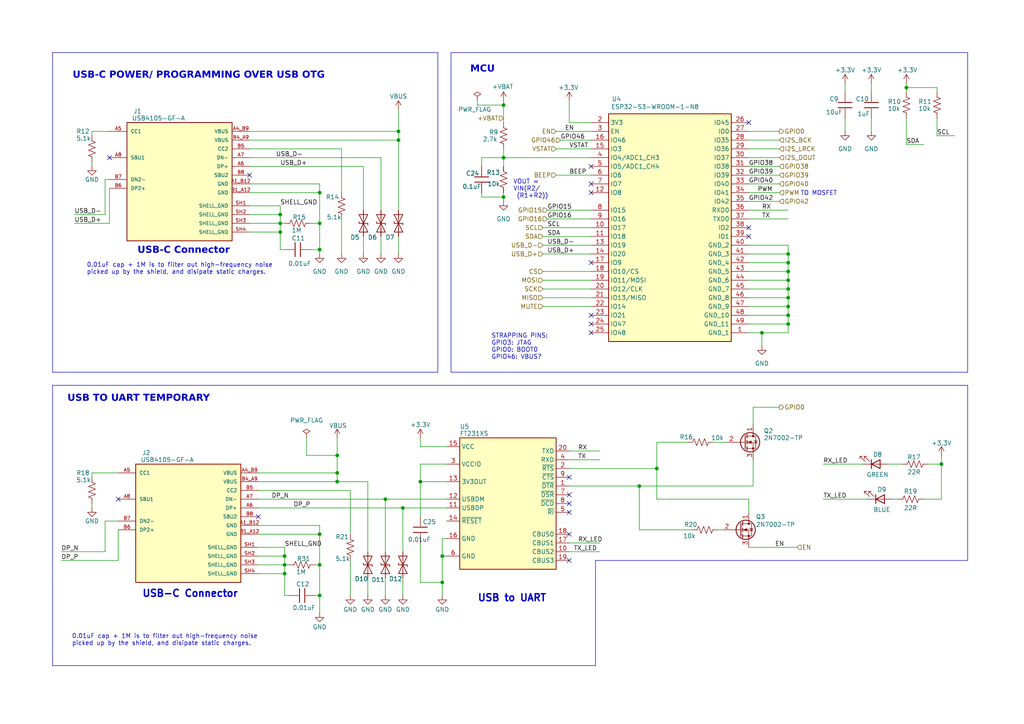
<source format=kicad_sch>
(kicad_sch (version 20231120) (generator "eeschema") (generator_version "8.0")
  (paper "A4")
  (lib_symbols
    (symbol "Device:C" (pin_numbers hide) (pin_names (offset 0.254))
      (property "Reference" "C" (at 0.635 2.54 0))
      (property "Value" "C" (at 0.635 -2.54 0))
      (symbol "C_1_1"
        (polyline (pts (xy -2.032 -0.762) (xy 2.032 -0.762)) (stroke (width 0.25)))
        (polyline (pts (xy -2.032 0.762) (xy 2.032 0.762)) (stroke (width 0.25)))
        (pin passive line (at 0 3.81 270) (length 2.794) (name "~") (number "1"))
        (pin passive line (at 0 -3.81 90) (length 2.794) (name "~") (number "2"))
      )
    )
    (symbol "Device:LED" (pin_numbers hide) (pin_names (offset 1.016) hide)
      (property "Reference" "D" (at 0 2.54 0))
      (property "Value" "LED" (at 0 -2.54 0))
      (symbol "LED_0_1"
        (polyline (pts (xy -1.27 -1.27) (xy -1.27 1.27)) (stroke (width 0.254)))
        (polyline (pts (xy -1.27 0) (xy 1.27 0)))
        (polyline (pts (xy 1.27 -1.27) (xy 1.27 1.27) (xy -1.27 0) (xy 1.27 -1.27)) (stroke (width 0.254)))
        (polyline (pts (xy -3.048 -0.762) (xy -4.572 -2.286) (xy -3.81 -2.286) (xy -4.572 -2.286) (xy -4.572 -1.524)))
        (polyline (pts (xy -1.778 -0.762) (xy -3.302 -2.286) (xy -2.54 -2.286) (xy -3.302 -2.286) (xy -3.302 -1.524)))
      )
      (symbol "LED_1_1"
        (pin passive line (at -3.81 0 0) (length 2.54) (name "K") (number "1"))
        (pin passive line (at 3.81 0 180) (length 2.54) (name "A") (number "2"))
      )
    )
    (symbol "Device:R_US" (pin_numbers hide) (pin_names (offset 0))
      (property "Reference" "R" (at 2.54 0 90))
      (property "Value" "R_US" (at -2.54 0 90))
      (symbol "R_US_0_1"
        (polyline (pts (xy 0 -2.286) (xy 0 -2.54)))
        (polyline (pts (xy 0 2.286) (xy 0 2.54)))
        (polyline (pts (xy 0 -0.762) (xy 1.016 -1.143) (xy 0 -1.524) (xy -1.016 -1.905) (xy 0 -2.286)))
        (polyline (pts (xy 0 0.762) (xy 1.016 0.381) (xy 0 0) (xy -1.016 -0.381) (xy 0 -0.762)))
        (polyline (pts (xy 0 2.286) (xy 1.016 1.905) (xy 0 1.524) (xy -1.016 1.143) (xy 0 0.762)))
      )
      (symbol "R_US_1_1"
        (pin passive line (at 0 3.81 270) (length 1.27) (name "~") (number "1"))
        (pin passive line (at 0 -3.81 90) (length 1.27) (name "~") (number "2"))
      )
    )
    (symbol "Diode:ESD9B5.0ST5G" (pin_numbers hide) (pin_names (offset 1.016) hide)
      (property "Reference" "D" (at 0 2.54 0))
      (property "Value" "ESD9B5.0ST5G" (at 0 -2.54 0))
      (symbol "ESD9B5.0ST5G_0_1"
        (polyline (pts (xy 1.27 0) (xy -1.27 0)))
        (polyline (pts (xy -2.54 -1.27) (xy 0 0) (xy -2.54 1.27) (xy -2.54 -1.27)) (stroke (width 0.2032)))
        (polyline (pts (xy 0.508 1.27) (xy 0 1.27) (xy 0 -1.27) (xy -0.508 -1.27)) (stroke (width 0.2032)))
        (polyline (pts (xy 2.54 1.27) (xy 2.54 -1.27) (xy 0 0) (xy 2.54 1.27)) (stroke (width 0.2032)))
      )
      (symbol "ESD9B5.0ST5G_1_1"
        (pin passive line (at -3.81 0 0) (length 2.54) (name "A1") (number "1"))
        (pin passive line (at 3.81 0 180) (length 2.54) (name "A2") (number "2"))
      )
    )
    (symbol "ESP32-S3-WROOM-1-N8:ESP32-S3-WROOM-1-N8"
      (property "Reference" "U" (at -10.16 29.21 0))
      (property "Value" "ESP32-S3-WROOM-1-N8" (at -10.16 26.67 0))
      (symbol "ESP32-S3-WROOM-1-N8_1_1"
        (rectangle (start -10.16 24.13) (end 25.4 -41.91) (stroke (width 0.254)) (fill (type background)))
        (pin passive line (at 30.48 -39.37 180) (length 5.08) (name "GND_1") (number "1"))
        (pin passive line (at -15.24 -8.89 0) (length 5.08) (name "IO17") (number "10"))
        (pin passive line (at -15.24 -11.43 0) (length 5.08) (name "IO18") (number "11"))
        (pin passive line (at -15.24 1.27 0) (length 5.08) (name "IO8") (number "12"))
        (pin passive line (at -15.24 -13.97 0) (length 5.08) (name "IO19") (number "13"))
        (pin passive line (at -15.24 -16.51 0) (length 5.08) (name "IO20") (number "14"))
        (pin passive line (at -15.24 13.97 0) (length 5.08) (name "IO3") (number "15"))
        (pin passive line (at -15.24 16.51 0) (length 5.08) (name "IO46") (number "16"))
        (pin passive line (at -15.24 -19.05 0) (length 5.08) (name "IO9") (number "17"))
        (pin passive line (at -15.24 -21.59 0) (length 5.08) (name "IO10/CS") (number "18"))
        (pin passive line (at -15.24 -24.13 0) (length 5.08) (name "IO11/MOSI") (number "19"))
        (pin passive line (at -15.24 21.59 0) (length 5.08) (name "3V3") (number "2"))
        (pin passive line (at -15.24 -26.67 0) (length 5.08) (name "IO12/CLK") (number "20"))
        (pin passive line (at -15.24 -29.21 0) (length 5.08) (name "IO13/MISO") (number "21"))
        (pin passive line (at -15.24 -31.75 0) (length 5.08) (name "IO14") (number "22"))
        (pin passive line (at -15.24 -34.29 0) (length 5.08) (name "IO21") (number "23"))
        (pin passive line (at -15.24 -36.83 0) (length 5.08) (name "IO47") (number "24"))
        (pin passive line (at -15.24 -39.37 0) (length 5.08) (name "IO48") (number "25"))
        (pin passive line (at 30.48 21.59 180) (length 5.08) (name "IO45") (number "26"))
        (pin passive line (at 30.48 19.05 180) (length 5.08) (name "IO0") (number "27"))
        (pin passive line (at 30.48 16.51 180) (length 5.08) (name "IO35") (number "28"))
        (pin passive line (at 30.48 13.97 180) (length 5.08) (name "IO36") (number "29"))
        (pin passive line (at -15.24 19.05 0) (length 5.08) (name "EN") (number "3"))
        (pin passive line (at 30.48 11.43 180) (length 5.08) (name "IO37") (number "30"))
        (pin passive line (at 30.48 8.89 180) (length 5.08) (name "IO38") (number "31"))
        (pin passive line (at 30.48 6.35 180) (length 5.08) (name "IO39") (number "32"))
        (pin passive line (at 30.48 3.81 180) (length 5.08) (name "IO40") (number "33"))
        (pin passive line (at 30.48 1.27 180) (length 5.08) (name "IO41") (number "34"))
        (pin passive line (at 30.48 -1.27 180) (length 5.08) (name "IO42") (number "35"))
        (pin passive line (at 30.48 -3.81 180) (length 5.08) (name "RXD0") (number "36"))
        (pin passive line (at 30.48 -6.35 180) (length 5.08) (name "TXD0") (number "37"))
        (pin passive line (at 30.48 -8.89 180) (length 5.08) (name "IO2") (number "38"))
        (pin passive line (at 30.48 -11.43 180) (length 5.08) (name "IO1") (number "39"))
        (pin passive line (at -15.24 11.43 0) (length 5.08) (name "IO4/ADC1_CH3") (number "4"))
        (pin passive line (at 30.48 -13.97 180) (length 5.08) (name "GND_2") (number "40"))
        (pin passive line (at 30.48 -16.51 180) (length 5.08) (name "GND_3") (number "41"))
        (pin passive line (at 30.48 -19.05 180) (length 5.08) (name "GND_4") (number "42"))
        (pin passive line (at 30.48 -21.59 180) (length 5.08) (name "GND_5") (number "43"))
        (pin passive line (at 30.48 -24.13 180) (length 5.08) (name "GND_6") (number "44"))
        (pin passive line (at 30.48 -26.67 180) (length 5.08) (name "GND_7") (number "45"))
        (pin passive line (at 30.48 -29.21 180) (length 5.08) (name "GND_8") (number "46"))
        (pin passive line (at 30.48 -31.75 180) (length 5.08) (name "GND_9") (number "47"))
        (pin passive line (at 30.48 -34.29 180) (length 5.08) (name "GND_10") (number "48"))
        (pin passive line (at 30.48 -36.83 180) (length 5.08) (name "GND_11") (number "49"))
        (pin passive line (at -15.24 8.89 0) (length 5.08) (name "IO5/ADC1_CH4") (number "5"))
        (pin passive line (at -15.24 6.35 0) (length 5.08) (name "IO6") (number "6"))
        (pin passive line (at -15.24 3.81 0) (length 5.08) (name "IO7") (number "7"))
        (pin passive line (at -15.24 -3.81 0) (length 5.08) (name "IO15") (number "8"))
        (pin passive line (at -15.24 -6.35 0) (length 5.08) (name "IO16") (number "9"))
      )
    )
    (symbol "Interface_USB:FT231XS"
      (property "Reference" "U" (at -13.97 20.32 0))
      (property "Value" "FT231XS" (at 7.62 20.32 0))
      (symbol "FT231XS_0_1"
        (rectangle (start -13.97 19.05) (end 13.97 -19.05) (stroke (width 0.254)) (fill (type background)))
      )
      (symbol "FT231XS_1_1"
        (pin output line (at 17.78 5.08 180) (length 3.81) (name "~{DTR}") (number "1"))
        (pin bidirectional line (at 17.78 -13.97 180) (length 3.81) (name "CBUS2") (number "10"))
        (pin bidirectional line (at -17.78 -1.27 0) (length 3.81) (name "USBDP") (number "11"))
        (pin bidirectional line (at -17.78 1.27 0) (length 3.81) (name "USBDM") (number "12"))
        (pin power_out line (at -17.78 6.35 0) (length 3.81) (name "3V3OUT") (number "13"))
        (pin input line (at -17.78 -5.08 0) (length 3.81) (name "~{RESET}") (number "14"))
        (pin power_in line (at -17.78 16.51 0) (length 3.81) (name "VCC") (number "15"))
        (pin power_in line (at -17.78 -10.16 0) (length 3.81) (name "GND") (number "16"))
        (pin bidirectional line (at 17.78 -11.43 180) (length 3.81) (name "CBUS1") (number "17"))
        (pin bidirectional line (at 17.78 -8.89 180) (length 3.81) (name "CBUS0") (number "18"))
        (pin bidirectional line (at 17.78 -16.51 180) (length 3.81) (name "CBUS3") (number "19"))
        (pin output line (at 17.78 10.16 180) (length 3.81) (name "~{RTS}") (number "2"))
        (pin output line (at 17.78 15.24 180) (length 3.81) (name "TXD") (number "20"))
        (pin power_in line (at -17.78 11.43 0) (length 3.81) (name "VCCIO") (number "3"))
        (pin input line (at 17.78 12.7 180) (length 3.81) (name "RXD") (number "4"))
        (pin input line (at 17.78 -2.54 180) (length 3.81) (name "~{RI}") (number "5"))
        (pin power_in line (at -17.78 -15.24 0) (length 3.81) (name "GND") (number "6"))
        (pin input line (at 17.78 2.54 180) (length 3.81) (name "~{DSR}") (number "7"))
        (pin input line (at 17.78 0 180) (length 3.81) (name "~{DCD}") (number "8"))
        (pin input line (at 17.78 7.62 180) (length 3.81) (name "~{CTS}") (number "9"))
      )
    )
    (symbol "Transistor_FET:BS108" (pin_names hide)
      (property "Reference" "Q" (at 5.08 1.905 0))
      (property "Value" "BS108" (at 5.08 0 0))
      (symbol "BS108_0_1"
        (polyline (pts (xy 0.254 0) (xy -2.54 0)))
        (polyline (pts (xy 0.254 1.905) (xy 0.254 -1.905)) (stroke (width 0.254)))
        (polyline (pts (xy 0.762 -1.27) (xy 0.762 -2.286)) (stroke (width 0.254)))
        (polyline (pts (xy 0.762 0.508) (xy 0.762 -0.508)) (stroke (width 0.254)))
        (polyline (pts (xy 0.762 2.286) (xy 0.762 1.27)) (stroke (width 0.254)))
        (polyline (pts (xy 2.54 2.54) (xy 2.54 1.778)))
        (polyline (pts (xy 2.54 -2.54) (xy 2.54 0) (xy 0.762 0)))
        (polyline (pts (xy 0.762 -1.778) (xy 3.302 -1.778) (xy 3.302 1.778) (xy 0.762 1.778)))
        (polyline (pts (xy 1.016 0) (xy 2.032 0.381) (xy 2.032 -0.381) (xy 1.016 0)) (fill (type outline)))
        (polyline (pts (xy 2.794 0.508) (xy 2.921 0.381) (xy 3.683 0.381) (xy 3.81 0.254)))
        (polyline (pts (xy 3.302 0.381) (xy 2.921 -0.254) (xy 3.683 -0.254) (xy 3.302 0.381)))
        (circle (center 1.651 0) (radius 2.794) (stroke (width 0.254)))
        (circle (center 2.54 -1.778) (radius 0.254) (fill (type outline)))
        (circle (center 2.54 1.778) (radius 0.254) (fill (type outline)))
      )
      (symbol "BS108_1_1"
        (pin passive line (at 2.54 5.08 270) (length 2.54) (name "D") (number "1"))
        (pin input line (at -5.08 0 0) (length 2.54) (name "G") (number "2"))
        (pin passive line (at 2.54 -5.08 90) (length 2.54) (name "S") (number "3"))
      )
    )
    (symbol "USB4105-GF-A:USB4105-GF-A" (pin_names (offset 1.016))
      (property "Reference" "J" (at -13.97 13.462 0))
      (property "Value" "USB4105-GF-A" (at -14.732 -25.4 0))
      (symbol "USB4105-GF-A_0_0"
        (rectangle (start -15.24 12.7) (end 15.24 -21.59) (stroke (width 0.254)) (fill (type background)))
        (pin power_in line (at 20.32 -5.08 180) (length 5.08) (name "GND") (number "A1_B12"))
        (pin bidirectional line (at -20.32 10.16 0) (length 5.08) (name "CC1") (number "A5"))
        (pin bidirectional line (at -20.32 2.54 0) (length 5.08) (name "SBU1") (number "A8"))
        (pin power_in line (at 20.32 -7.62 180) (length 5.08) (name "GND") (number "B1_A12"))
        (pin power_in line (at 20.32 7.62 180) (length 5.08) (name "VBUS") (number "B4_A9"))
        (pin bidirectional line (at 20.32 5.08 180) (length 5.08) (name "CC2") (number "B5"))
        (pin bidirectional line (at 20.32 -2.54 180) (length 5.08) (name "SBU2") (number "B8"))
      )
      (symbol "USB4105-GF-A_1_0"
        (pin power_in line (at 20.32 10.16 180) (length 5.08) (name "VBUS") (number "A4_B9"))
        (pin bidirectional line (at 20.32 0 180) (length 5.08) (name "DP+") (number "A6"))
        (pin bidirectional line (at 20.32 2.54 180) (length 5.08) (name "DN-") (number "A7"))
        (pin bidirectional line (at -20.32 -6.35 0) (length 5.08) (name "DP2+") (number "B6"))
        (pin bidirectional line (at -20.32 -3.81 0) (length 5.08) (name "DN2-") (number "B7"))
        (pin passive line (at 20.32 -11.43 180) (length 5.08) (name "SHELL_GND") (number "SH1"))
        (pin passive line (at 20.32 -13.97 180) (length 5.08) (name "SHELL_GND") (number "SH2"))
        (pin passive line (at 20.32 -16.51 180) (length 5.08) (name "SHELL_GND") (number "SH3"))
        (pin passive line (at 20.32 -19.05 180) (length 5.08) (name "SHELL_GND") (number "SH4"))
      )
    )
    (symbol "USB4105-GF-A_1" (pin_names (offset 1.016))
      (property "Reference" "J" (at -13.97 13.462 0))
      (property "Value" "USB4105-GF-A" (at -14.732 -25.4 0))
      (symbol "USB4105-GF-A_1_0_0"
        (rectangle (start -15.24 12.7) (end 15.24 -21.59) (stroke (width 0.254)) (fill (type background)))
        (pin power_in line (at 20.32 -5.08 180) (length 5.08) (name "GND") (number "A1_B12"))
        (pin bidirectional line (at -20.32 10.16 0) (length 5.08) (name "CC1") (number "A5"))
        (pin bidirectional line (at -20.32 2.54 0) (length 5.08) (name "SBU1") (number "A8"))
        (pin power_in line (at 20.32 -7.62 180) (length 5.08) (name "GND") (number "B1_A12"))
        (pin power_in line (at 20.32 7.62 180) (length 5.08) (name "VBUS") (number "B4_A9"))
        (pin bidirectional line (at 20.32 5.08 180) (length 5.08) (name "CC2") (number "B5"))
        (pin bidirectional line (at 20.32 -2.54 180) (length 5.08) (name "SBU2") (number "B8"))
      )
      (symbol "USB4105-GF-A_1_1_0"
        (pin power_in line (at 20.32 10.16 180) (length 5.08) (name "VBUS") (number "A4_B9"))
        (pin bidirectional line (at 20.32 0 180) (length 5.08) (name "DP+") (number "A6"))
        (pin bidirectional line (at 20.32 2.54 180) (length 5.08) (name "DN-") (number "A7"))
        (pin bidirectional line (at -20.32 -6.35 0) (length 5.08) (name "DP2+") (number "B6"))
        (pin bidirectional line (at -20.32 -3.81 0) (length 5.08) (name "DN2-") (number "B7"))
        (pin passive line (at 20.32 -11.43 180) (length 5.08) (name "SHELL_GND") (number "SH1"))
        (pin passive line (at 20.32 -13.97 180) (length 5.08) (name "SHELL_GND") (number "SH2"))
        (pin passive line (at 20.32 -16.51 180) (length 5.08) (name "SHELL_GND") (number "SH3"))
        (pin passive line (at 20.32 -19.05 180) (length 5.08) (name "SHELL_GND") (number "SH4"))
      )
    )
    (symbol "power:+3.3V" (power) (pin_numbers hide) (pin_names (offset 0) hide)
      (property "Value" "+3.3V" (at 0 3.556 0))
      (symbol "+3.3V_0_1"
        (polyline (pts (xy -0.762 1.27) (xy 0 2.54)))
        (polyline (pts (xy 0 0) (xy 0 2.54)))
        (polyline (pts (xy 0 2.54) (xy 0.762 1.27)))
      )
      (symbol "+3.3V_1_1"
        (pin power_in line (at 0 0 90) (length 0) (name "~") (number "1"))
      )
    )
    (symbol "power:+5V" (power) (pin_numbers hide) (pin_names (offset 0) hide)
      (property "Value" "+5V" (at 0 3.556 0))
      (symbol "+5V_0_1"
        (polyline (pts (xy -0.762 1.27) (xy 0 2.54)))
        (polyline (pts (xy 0 0) (xy 0 2.54)))
        (polyline (pts (xy 0 2.54) (xy 0.762 1.27)))
      )
      (symbol "+5V_1_1"
        (pin power_in line (at 0 0 90) (length 0) (name "~") (number "1"))
      )
    )
    (symbol "power:+BATT" (power) (pin_numbers hide) (pin_names (offset 0) hide)
      (property "Value" "+BATT" (at 0 3.556 0))
      (symbol "+BATT_0_1"
        (polyline (pts (xy -0.762 1.27) (xy 0 2.54)))
        (polyline (pts (xy 0 0) (xy 0 2.54)))
        (polyline (pts (xy 0 2.54) (xy 0.762 1.27)))
      )
      (symbol "+BATT_1_1"
        (pin power_in line (at 0 0 90) (length 0) (name "~") (number "1"))
      )
    )
    (symbol "power:GND" (power) (pin_numbers hide) (pin_names (offset 0) hide)
      (property "Value" "GND" (at 0 -3.81 0))
      (symbol "GND_0_1"
        (polyline (pts (xy 0 0) (xy 0 -1.27) (xy 1.27 -1.27) (xy 0 -2.54) (xy -1.27 -1.27) (xy 0 -1.27)))
      )
      (symbol "GND_1_1"
        (pin power_in line (at 0 0 270) (length 0) (name "~") (number "1"))
      )
    )
    (symbol "power:PWR_FLAG" (power) (pin_numbers hide) (pin_names (offset 0) hide)
      (property "Value" "PWR_FLAG" (at 0 3.81 0))
      (symbol "PWR_FLAG_0_0"
        (pin power_out line (at 0 0 90) (length 0) (name "~") (number "1"))
      )
      (symbol "PWR_FLAG_0_1"
        (polyline (pts (xy 0 0) (xy 0 1.27) (xy -1.016 1.905) (xy 0 2.54) (xy 1.016 1.905) (xy 0 1.27)))
      )
    )
    (symbol "power:VBUS" (power) (pin_numbers hide) (pin_names (offset 0) hide)
      (property "Value" "VBUS" (at 0 3.556 0))
      (symbol "VBUS_0_1"
        (polyline (pts (xy -0.762 1.27) (xy 0 2.54)))
        (polyline (pts (xy 0 0) (xy 0 2.54)))
        (polyline (pts (xy 0 2.54) (xy 0.762 1.27)))
      )
      (symbol "VBUS_1_1"
        (pin power_in line (at 0 0 90) (length 0) (name "~") (number "1"))
      )
    )
  )
  (junction (at 273.05 134.62))
  (junction (at 116.84 147.32))
  (junction (at 82.55 161.29))
  (junction (at 92.71 55.88))
  (junction (at 185.42 140.97))
  (junction (at 115.57 40.64))
  (junction (at 97.79 139.7))
  (junction (at 146.05 45.72))
  (junction (at 92.71 172.72))
  (junction (at 97.79 132.08))
  (junction (at 111.76 144.78))
  (junction (at 146.05 57.15))
  (junction (at 228.6 86.36))
  (junction (at 92.71 64.77))
  (junction (at 128.27 168.91))
  (junction (at 262.89 25.4))
  (junction (at 146.05 30.48))
  (junction (at 228.6 88.9))
  (junction (at 81.28 67.31))
  (junction (at 220.98 96.52))
  (junction (at 190.5 135.89))
  (junction (at 92.71 163.83))
  (junction (at 228.6 76.2))
  (junction (at 121.92 139.7))
  (junction (at 228.6 91.44))
  (junction (at 82.55 166.37))
  (junction (at 92.71 154.94))
  (junction (at 128.27 161.29))
  (junction (at 228.6 73.66))
  (junction (at 81.28 64.77))
  (junction (at 228.6 83.82))
  (junction (at 228.6 78.74))
  (junction (at 228.6 93.98))
  (junction (at 92.71 72.39))
  (junction (at 82.55 163.83))
  (junction (at 97.79 137.16))
  (junction (at 228.6 81.28))
  (junction (at 115.57 38.1))
  (junction (at 81.28 62.23))
  (no_connect (at 165.1 148.59))
  (no_connect (at 72.39 50.8))
  (no_connect (at 217.17 35.56))
  (no_connect (at 165.1 138.43))
  (no_connect (at 171.45 93.98))
  (no_connect (at 165.1 154.94))
  (no_connect (at 34.29 144.78))
  (no_connect (at 171.45 91.44))
  (no_connect (at 171.45 48.26))
  (no_connect (at 165.1 146.05))
  (no_connect (at 217.17 68.58))
  (no_connect (at 171.45 55.88))
  (no_connect (at 74.93 149.86))
  (no_connect (at 217.17 66.04))
  (no_connect (at 165.1 162.56))
  (no_connect (at 165.1 143.51))
  (no_connect (at 171.45 76.2))
  (no_connect (at 171.45 53.34))
  (no_connect (at 31.75 45.72))
  (no_connect (at 171.45 96.52))
  (wire (pts (xy 157.48 86.36) (xy 171.45 86.36)))
  (wire (pts (xy 115.57 40.64) (xy 115.57 60.96)))
  (wire (pts (xy 105.41 48.26) (xy 105.41 60.96)))
  (wire (pts (xy 226.06 118.11) (xy 218.44 118.11)))
  (wire (pts (xy 165.1 140.97) (xy 185.42 140.97)))
  (wire (pts (xy 146.05 45.72) (xy 146.05 48.26)))
  (wire (pts (xy 228.6 91.44) (xy 217.17 91.44)))
  (polyline (pts (xy 280.67 162.56) (xy 172.72 162.56)))
  (wire (pts (xy 217.17 60.96) (xy 228.6 60.96)))
  (wire (pts (xy 111.76 167.64) (xy 111.76 172.72)))
  (wire (pts (xy 158.75 63.5) (xy 171.45 63.5)))
  (wire (pts (xy 185.42 140.97) (xy 218.44 140.97)))
  (wire (pts (xy 115.57 38.1) (xy 115.57 40.64)))
  (wire (pts (xy 217.17 144.78) (xy 217.17 148.59)))
  (wire (pts (xy 273.05 134.62) (xy 269.24 134.62)))
  (wire (pts (xy 115.57 31.75) (xy 115.57 38.1)))
  (wire (pts (xy 161.29 50.8) (xy 171.45 50.8)))
  (wire (pts (xy 217.17 45.72) (xy 226.06 45.72)))
  (wire (pts (xy 81.28 72.39) (xy 81.28 67.31)))
  (wire (pts (xy 74.93 152.4) (xy 92.71 152.4)))
  (wire (pts (xy 273.05 132.08) (xy 273.05 134.62)))
  (wire (pts (xy 17.78 160.02) (xy 30.48 160.02)))
  (wire (pts (xy 74.93 158.75) (xy 82.55 158.75)))
  (wire (pts (xy 128.27 168.91) (xy 128.27 172.72)))
  (wire (pts (xy 271.78 39.37) (xy 276.86 39.37)))
  (wire (pts (xy 228.6 78.74) (xy 228.6 81.28)))
  (wire (pts (xy 139.7 45.72) (xy 146.05 45.72)))
  (wire (pts (xy 129.54 139.7) (xy 121.92 139.7)))
  (wire (pts (xy 228.6 86.36) (xy 228.6 88.9)))
  (wire (pts (xy 190.5 144.78) (xy 217.17 144.78)))
  (wire (pts (xy 161.29 38.1) (xy 171.45 38.1)))
  (wire (pts (xy 17.78 162.56) (xy 34.29 162.56)))
  (wire (pts (xy 82.55 172.72) (xy 82.55 166.37)))
  (wire (pts (xy 238.76 144.78) (xy 251.46 144.78)))
  (wire (pts (xy 157.48 73.66) (xy 171.45 73.66)))
  (wire (pts (xy 105.41 68.58) (xy 105.41 73.66)))
  (wire (pts (xy 26.67 137.16) (xy 26.67 138.43)))
  (wire (pts (xy 92.71 64.77) (xy 92.71 72.39)))
  (wire (pts (xy 146.05 43.18) (xy 146.05 45.72)))
  (wire (pts (xy 259.08 144.78) (xy 260.35 144.78)))
  (wire (pts (xy 72.39 53.34) (xy 92.71 53.34)))
  (wire (pts (xy 74.93 137.16) (xy 97.79 137.16)))
  (wire (pts (xy 217.17 71.12) (xy 228.6 71.12)))
  (wire (pts (xy 220.98 96.52) (xy 220.98 100.33)))
  (wire (pts (xy 121.92 139.7) (xy 121.92 149.86)))
  (wire (pts (xy 217.17 48.26) (xy 226.06 48.26)))
  (wire (pts (xy 121.92 134.62) (xy 121.92 139.7)))
  (wire (pts (xy 116.84 167.64) (xy 116.84 172.72)))
  (wire (pts (xy 185.42 140.97) (xy 185.42 153.67)))
  (wire (pts (xy 92.71 154.94) (xy 92.71 163.83)))
  (wire (pts (xy 31.75 38.1) (xy 26.67 38.1)))
  (wire (pts (xy 83.82 163.83) (xy 82.55 163.83)))
  (wire (pts (xy 146.05 30.48) (xy 146.05 35.56)))
  (wire (pts (xy 217.17 86.36) (xy 228.6 86.36)))
  (wire (pts (xy 217.17 96.52) (xy 220.98 96.52)))
  (wire (pts (xy 72.39 67.31) (xy 81.28 67.31)))
  (wire (pts (xy 162.56 40.64) (xy 171.45 40.64)))
  (wire (pts (xy 34.29 162.56) (xy 34.29 153.67)))
  (wire (pts (xy 34.29 137.16) (xy 26.67 137.16)))
  (wire (pts (xy 245.11 24.13) (xy 245.11 26.67)))
  (wire (pts (xy 106.68 139.7) (xy 106.68 160.02)))
  (wire (pts (xy 72.39 62.23) (xy 81.28 62.23)))
  (wire (pts (xy 271.78 25.4) (xy 271.78 26.67)))
  (wire (pts (xy 217.17 38.1) (xy 226.06 38.1)))
  (wire (pts (xy 97.79 139.7) (xy 106.68 139.7)))
  (wire (pts (xy 26.67 38.1) (xy 26.67 39.37)))
  (wire (pts (xy 74.93 147.32) (xy 116.84 147.32)))
  (wire (pts (xy 99.06 43.18) (xy 99.06 55.88)))
  (wire (pts (xy 217.17 55.88) (xy 226.06 55.88)))
  (wire (pts (xy 228.6 73.66) (xy 228.6 76.2)))
  (wire (pts (xy 72.39 43.18) (xy 99.06 43.18)))
  (wire (pts (xy 165.1 35.56) (xy 171.45 35.56)))
  (wire (pts (xy 138.43 29.21) (xy 138.43 30.48)))
  (polyline (pts (xy 15.24 111.76) (xy 280.67 111.76)))
  (wire (pts (xy 92.71 55.88) (xy 92.71 64.77)))
  (wire (pts (xy 34.29 151.13) (xy 30.48 151.13)))
  (wire (pts (xy 157.48 71.12) (xy 171.45 71.12)))
  (wire (pts (xy 165.1 135.89) (xy 190.5 135.89)))
  (wire (pts (xy 217.17 73.66) (xy 228.6 73.66)))
  (wire (pts (xy 30.48 52.07) (xy 30.48 62.23)))
  (wire (pts (xy 245.11 34.29) (xy 245.11 38.1)))
  (wire (pts (xy 217.17 63.5) (xy 228.6 63.5)))
  (wire (pts (xy 92.71 152.4) (xy 92.71 154.94)))
  (wire (pts (xy 74.93 142.24) (xy 101.6 142.24)))
  (wire (pts (xy 217.17 58.42) (xy 226.06 58.42)))
  (wire (pts (xy 99.06 63.5) (xy 99.06 73.66)))
  (wire (pts (xy 262.89 34.29) (xy 262.89 41.91)))
  (wire (pts (xy 228.6 71.12) (xy 228.6 73.66)))
  (wire (pts (xy 74.93 166.37) (xy 82.55 166.37)))
  (wire (pts (xy 97.79 132.08) (xy 97.79 137.16)))
  (wire (pts (xy 72.39 38.1) (xy 115.57 38.1)))
  (wire (pts (xy 81.28 59.69) (xy 81.28 62.23)))
  (wire (pts (xy 157.48 88.9) (xy 171.45 88.9)))
  (wire (pts (xy 228.6 93.98) (xy 228.6 96.52)))
  (wire (pts (xy 157.48 81.28) (xy 171.45 81.28)))
  (wire (pts (xy 128.27 161.29) (xy 128.27 168.91)))
  (wire (pts (xy 171.45 45.72) (xy 146.05 45.72)))
  (wire (pts (xy 228.6 91.44) (xy 228.6 93.98)))
  (wire (pts (xy 146.05 57.15) (xy 146.05 58.42)))
  (wire (pts (xy 139.7 57.15) (xy 146.05 57.15)))
  (wire (pts (xy 72.39 48.26) (xy 105.41 48.26)))
  (wire (pts (xy 72.39 45.72) (xy 110.49 45.72)))
  (wire (pts (xy 157.48 66.04) (xy 171.45 66.04)))
  (wire (pts (xy 21.59 62.23) (xy 30.48 62.23)))
  (wire (pts (xy 217.17 83.82) (xy 228.6 83.82)))
  (wire (pts (xy 217.17 78.74) (xy 228.6 78.74)))
  (wire (pts (xy 90.17 64.77) (xy 92.71 64.77)))
  (wire (pts (xy 218.44 118.11) (xy 218.44 123.19)))
  (wire (pts (xy 262.89 25.4) (xy 262.89 26.67)))
  (wire (pts (xy 217.17 53.34) (xy 226.06 53.34)))
  (wire (pts (xy 217.17 40.64) (xy 226.06 40.64)))
  (wire (pts (xy 74.93 154.94) (xy 92.71 154.94)))
  (wire (pts (xy 116.84 147.32) (xy 129.54 147.32)))
  (wire (pts (xy 81.28 72.39) (xy 82.55 72.39)))
  (wire (pts (xy 31.75 52.07) (xy 30.48 52.07)))
  (wire (pts (xy 26.67 146.05) (xy 26.67 147.32)))
  (wire (pts (xy 26.67 46.99) (xy 26.67 48.26)))
  (wire (pts (xy 88.9 132.08) (xy 97.79 132.08)))
  (polyline (pts (xy 280.67 111.76) (xy 280.67 162.56)))
  (wire (pts (xy 74.93 144.78) (xy 111.76 144.78)))
  (wire (pts (xy 82.55 158.75) (xy 82.55 161.29)))
  (wire (pts (xy 228.6 81.28) (xy 228.6 83.82)))
  (wire (pts (xy 208.28 153.67) (xy 209.55 153.67)))
  (wire (pts (xy 121.92 134.62) (xy 129.54 134.62)))
  (wire (pts (xy 217.17 50.8) (xy 226.06 50.8)))
  (wire (pts (xy 121.92 168.91) (xy 128.27 168.91)))
  (wire (pts (xy 72.39 64.77) (xy 81.28 64.77)))
  (wire (pts (xy 92.71 72.39) (xy 92.71 73.66)))
  (wire (pts (xy 228.6 88.9) (xy 228.6 91.44)))
  (wire (pts (xy 218.44 133.35) (xy 218.44 140.97)))
  (wire (pts (xy 217.17 158.75) (xy 231.14 158.75)))
  (wire (pts (xy 72.39 55.88) (xy 92.71 55.88)))
  (wire (pts (xy 165.1 133.35) (xy 173.99 133.35)))
  (wire (pts (xy 82.55 172.72) (xy 83.82 172.72)))
  (wire (pts (xy 121.92 157.48) (xy 121.92 168.91)))
  (wire (pts (xy 165.1 157.48) (xy 173.99 157.48)))
  (wire (pts (xy 128.27 156.21) (xy 129.54 156.21)))
  (wire (pts (xy 228.6 76.2) (xy 228.6 78.74)))
  (wire (pts (xy 228.6 83.82) (xy 228.6 86.36)))
  (wire (pts (xy 267.97 144.78) (xy 273.05 144.78)))
  (wire (pts (xy 146.05 55.88) (xy 146.05 57.15)))
  (wire (pts (xy 157.48 78.74) (xy 171.45 78.74)))
  (wire (pts (xy 81.28 64.77) (xy 81.28 67.31)))
  (wire (pts (xy 97.79 139.7) (xy 97.79 137.16)))
  (wire (pts (xy 30.48 151.13) (xy 30.48 160.02)))
  (wire (pts (xy 110.49 68.58) (xy 110.49 73.66)))
  (wire (pts (xy 129.54 129.54) (xy 121.92 129.54)))
  (wire (pts (xy 90.17 72.39) (xy 92.71 72.39)))
  (wire (pts (xy 111.76 144.78) (xy 111.76 160.02)))
  (wire (pts (xy 81.28 62.23) (xy 81.28 64.77)))
  (wire (pts (xy 157.48 83.82) (xy 171.45 83.82)))
  (wire (pts (xy 139.7 48.26) (xy 139.7 45.72)))
  (wire (pts (xy 217.17 93.98) (xy 228.6 93.98)))
  (wire (pts (xy 88.9 127) (xy 88.9 132.08)))
  (wire (pts (xy 111.76 144.78) (xy 129.54 144.78)))
  (wire (pts (xy 138.43 30.48) (xy 146.05 30.48)))
  (wire (pts (xy 97.79 127) (xy 97.79 132.08)))
  (wire (pts (xy 91.44 163.83) (xy 92.71 163.83)))
  (wire (pts (xy 165.1 130.81) (xy 173.99 130.81)))
  (wire (pts (xy 262.89 41.91) (xy 267.97 41.91)))
  (wire (pts (xy 157.48 68.58) (xy 171.45 68.58)))
  (wire (pts (xy 74.93 163.83) (xy 82.55 163.83)))
  (wire (pts (xy 82.55 163.83) (xy 82.55 166.37)))
  (wire (pts (xy 101.6 142.24) (xy 101.6 154.94)))
  (wire (pts (xy 257.81 134.62) (xy 261.62 134.62)))
  (wire (pts (xy 262.89 25.4) (xy 271.78 25.4)))
  (wire (pts (xy 252.73 34.29) (xy 252.73 38.1)))
  (wire (pts (xy 82.55 161.29) (xy 82.55 163.83)))
  (wire (pts (xy 161.29 43.18) (xy 171.45 43.18)))
  (wire (pts (xy 72.39 59.69) (xy 81.28 59.69)))
  (wire (pts (xy 190.5 128.27) (xy 190.5 135.89)))
  (wire (pts (xy 74.93 139.7) (xy 97.79 139.7)))
  (wire (pts (xy 217.17 81.28) (xy 228.6 81.28)))
  (wire (pts (xy 271.78 34.29) (xy 271.78 39.37)))
  (wire (pts (xy 165.1 29.21) (xy 165.1 35.56)))
  (wire (pts (xy 91.44 172.72) (xy 92.71 172.72)))
  (wire (pts (xy 185.42 153.67) (xy 200.66 153.67)))
  (wire (pts (xy 106.68 167.64) (xy 106.68 172.72)))
  (wire (pts (xy 217.17 43.18) (xy 226.06 43.18)))
  (wire (pts (xy 92.71 53.34) (xy 92.71 55.88)))
  (wire (pts (xy 128.27 161.29) (xy 128.27 156.21)))
  (wire (pts (xy 217.17 88.9) (xy 228.6 88.9)))
  (wire (pts (xy 115.57 68.58) (xy 115.57 73.66)))
  (wire (pts (xy 252.73 24.13) (xy 252.73 26.67)))
  (wire (pts (xy 74.93 161.29) (xy 82.55 161.29)))
  (wire (pts (xy 262.89 24.13) (xy 262.89 25.4)))
  (wire (pts (xy 273.05 134.62) (xy 273.05 144.78)))
  (polyline (pts (xy 172.72 162.56) (xy 172.72 193.04)))
  (wire (pts (xy 92.71 172.72) (xy 92.71 177.8)))
  (wire (pts (xy 72.39 40.64) (xy 115.57 40.64)))
  (wire (pts (xy 101.6 162.56) (xy 101.6 172.72)))
  (wire (pts (xy 110.49 60.96) (xy 110.49 45.72)))
  (wire (pts (xy 116.84 147.32) (xy 116.84 160.02)))
  (wire (pts (xy 82.55 64.77) (xy 81.28 64.77)))
  (wire (pts (xy 165.1 160.02) (xy 173.99 160.02)))
  (wire (pts (xy 21.59 64.77) (xy 31.75 64.77)))
  (wire (pts (xy 146.05 29.21) (xy 146.05 30.48)))
  (wire (pts (xy 139.7 55.88) (xy 139.7 57.15)))
  (wire (pts (xy 158.75 60.96) (xy 171.45 60.96)))
  (wire (pts (xy 92.71 163.83) (xy 92.71 172.72)))
  (polyline (pts (xy 15.24 111.76) (xy 15.24 193.04)))
  (polyline (pts (xy 172.72 193.04) (xy 15.24 193.04)))
  (wire (pts (xy 217.17 76.2) (xy 228.6 76.2)))
  (wire (pts (xy 129.54 161.29) (xy 128.27 161.29)))
  (wire (pts (xy 31.75 64.77) (xy 31.75 54.61)))
  (wire (pts (xy 190.5 128.27) (xy 199.39 128.27)))
  (wire (pts (xy 121.92 127) (xy 121.92 129.54)))
  (wire (pts (xy 190.5 135.89) (xy 190.5 144.78)))
  (wire (pts (xy 207.01 128.27) (xy 210.82 128.27)))
  (wire (pts (xy 220.98 96.52) (xy 228.6 96.52)))
  (wire (pts (xy 238.76 134.62) (xy 250.19 134.62)))
  (rectangle (start 130.81 15.24) (end 280.67 107.95))
  (rectangle (start 15.24 15.24) (end 127 107.95))
  (rectangle (start 15.24 110.49) (end 165.1 182.88) (stroke (width -0.0001)))
  (text "USB-C POWER/ PROGRAMMING OVER USB OTG" (at 21.082 23.622 0) (effects (font (size 2 2) (thickness 1.016) (bold yes)) (justify left bottom)))
  (text "0.01uF cap + 1M is to filter out high-frequency noise \npicked up by the shield, and disipate static charges." (at 25.146 77.978 0) (effects (font (size 1.27 1.27)) (justify left)))
  (text "MCU" (at 136.398 21.844 0) (effects (font (size 2 2) (thickness 1.016) (bold yes)) (justify left bottom)))
  (text "0.01uF cap + 1M is to filter out high-frequency noise \npicked up by the shield, and disipate static charges." (at 20.828 185.674 0) (effects (font (size 1.27 1.27)) (justify left)))
  (text "VOUT = \nVIN(R2/\n (R1+R2))" (at 148.844 54.864 0) (effects (font (size 1.27 1.27)) (justify left)))
  (text "USB TO UART TEMPORARY" (at 19.558 117.348 0) (effects (font (size 2 2) (thickness 0.4064) (bold yes)) (justify left bottom)))
  (text "TO MOSFET" (at 232.156 56.134 0) (effects (font (size 1.27 1.27)) (justify left)))
  (text "USB-C Connector" (at 39.878 74.422 0) (effects (font (size 2 2) (thickness 0.4064) (bold yes)) (justify left bottom)))
  (text "STRAPPING PINS: \nGPIO3: JTAG\nGPIO0: BOOT0\nGPIO46: VBUS?" (at 142.494 100.584 0) (effects (font (size 1.27 1.27)) (justify left)))
  (text "USB to UART" (at 138.43 174.752 0) (effects (font (size 2.032 2.032) (thickness 0.4064) (bold yes)) (justify left bottom)))
  (text "USB-C Connector" (at 41.148 173.482 0) (effects (font (size 2.032 2.032) (thickness 0.4064) (bold yes)) (justify left bottom)))
  (label "DP_P" (at 17.78 162.56 0))
  (label "VSTAT" (at 165.1 43.18 0))
  (label "USB_D+" (at 158.75 73.66 0))
  (label "PWM" (at 219.71 55.88 0))
  (label "SHELL_GND" (at 81.28 59.69 0))
  (label "SDA" (at 158.75 68.58 0))
  (label "USB_D-" (at 80.01 45.72 0))
  (label "DP_P" (at 85.09 147.32 0))
  (label "GPIO42" (at 217.17 58.42 0))
  (label "SCL" (at 158.75 66.04 0))
  (label "GPIO16" (at 158.75 63.5 0))
  (label "EN" (at 224.79 158.75 0))
  (label "USB_D-" (at 158.75 71.12 0))
  (label "SCL" (at 271.78 39.37 0))
  (label "GPIO40" (at 217.17 53.34 0))
  (label "EN" (at 163.83 38.1 0))
  (label "GPIO46" (at 162.56 40.64 0))
  (label "USB_D+" (at 81.28 48.26 0))
  (label "TX_LED" (at 238.76 144.78 0))
  (label "USB_D-" (at 21.59 62.23 0))
  (label "USB_D+" (at 21.59 64.77 0))
  (label "RX" (at 167.64 130.81 0))
  (label "RX" (at 220.98 60.96 0))
  (label "TX" (at 220.98 63.5 0))
  (label "BEEP" (at 165.1 50.8 0))
  (label "GPIO15" (at 158.75 60.96 0))
  (label "RX_LED" (at 238.76 134.62 0))
  (label "GPIO39" (at 217.17 50.8 0))
  (label "DP_N" (at 17.78 160.02 0))
  (label "RX_LED" (at 167.64 157.48 0))
  (label "DP_N" (at 78.74 144.78 0))
  (label "SHELL_GND" (at 82.55 158.75 0))
  (label "GPIO38" (at 217.17 48.26 0))
  (label "TX" (at 167.64 133.35 0))
  (label "SDA" (at 262.89 41.91 0))
  (label "TX_LED" (at 166.37 160.02 0))
  (hierarchical_label "GPIO0" (shape output) (at 226.06 118.11 0))
  (hierarchical_label "I2S_BCK" (shape input) (at 226.06 40.64 0))
  (hierarchical_label "USB_D+" (shape input) (at 157.48 73.66 180))
  (hierarchical_label "GPIO0" (shape output) (at 226.06 38.1 0))
  (hierarchical_label "I2S_DOUT" (shape input) (at 226.06 45.72 0))
  (hierarchical_label "SDA" (shape input) (at 157.48 68.58 180))
  (hierarchical_label "CS" (shape input) (at 157.48 78.74 180))
  (hierarchical_label "GPIO40" (shape input) (at 226.06 53.34 0))
  (hierarchical_label "USB_D-" (shape input) (at 157.48 71.12 180))
  (hierarchical_label "EN" (shape input) (at 231.14 158.75 0))
  (hierarchical_label "GPIO15" (shape input) (at 158.75 60.96 180))
  (hierarchical_label "EN" (shape input) (at 161.29 38.1 180))
  (hierarchical_label "MISO" (shape input) (at 157.48 86.36 180))
  (hierarchical_label "PWM" (shape input) (at 226.06 55.88 0))
  (hierarchical_label "BEEP" (shape input) (at 161.29 50.8 180))
  (hierarchical_label "GPIO42" (shape input) (at 226.06 58.42 0))
  (hierarchical_label "GPIO39" (shape input) (at 226.06 50.8 0))
  (hierarchical_label "GPIO38" (shape input) (at 226.06 48.26 0))
  (hierarchical_label "I2S_LRCK" (shape input) (at 226.06 43.18 0))
  (hierarchical_label "SCL" (shape input) (at 157.48 66.04 180))
  (hierarchical_label "SCK" (shape input) (at 157.48 83.82 180))
  (hierarchical_label "GPIO16" (shape input) (at 158.75 63.5 180))
  (hierarchical_label "VSTAT" (shape input) (at 161.29 43.18 180))
  (hierarchical_label "+VBAT" (shape input) (at 146.05 34.29 180))
  (hierarchical_label "MOSI" (shape input) (at 157.48 81.28 180))
  (hierarchical_label "MUTE" (shape input) (at 157.48 88.9 180))
  (hierarchical_label "GPIO46" (shape input) (at 162.56 40.64 180))
  (symbol (lib_id "power:GND") (at 26.67 48.26 0) (unit 1)
    (property "Reference" "#PWR033" (effects (hide yes)))
    (property "Value" "GND" (at 26.67 52.07 0))
  )
  (symbol (lib_name "USB4105-GF-A_1") (lib_id "USB4105-GF-A:USB4105-GF-A") (at 52.07 48.26 0) (unit 1)
    (property "Reference" "J1" (at 39.878 32.258 0))
    (property "Value" "USB4105-GF-A" (at 45.974 34.29 0))
    (property "Footprint" "GCT_USB4105-GF-A" (effects (hide yes)))
    (property "MPN" "USB4105-GF-A" (effects (hide yes)))
  )
  (symbol (lib_id "power:+3.3V") (at 245.11 24.13 0) (unit 1)
    (property "Reference" "#PWR019" (effects (hide yes)))
    (property "Value" "+3.3V" (at 245.11 20.32 0))
    (property "Description" "Power symbol creates a global label with name \"+3.3V\"" (effects (hide yes)))
  )
  (symbol (lib_id "power:GND") (at 101.6 172.72 0) (unit 1)
    (property "Reference" "#PWR043" (effects (hide yes)))
    (property "Value" "GND" (at 101.6 176.784 0))
    (property "Description" "Power symbol creates a global label with name \"GND\" , ground" (effects (hide yes)))
  )
  (symbol (lib_id "power:GND") (at 220.98 100.33 0) (unit 1)
    (property "Reference" "#PWR079" (effects (hide yes)))
    (property "Value" "GND" (at 220.98 105.41 0))
    (property "Description" "Power symbol creates a global label with name \"GND\" , ground" (effects (hide yes)))
  )
  (symbol (lib_id "Device:R_US") (at 264.16 144.78 270) (unit 1)
    (property "Reference" "R19" (at 262.128 142.494 90) (effects (justify left)))
    (property "Value" "22R" (at 262.128 147.32 90) (effects (justify left)))
    (property "Footprint" "Resistor_SMD:R_0805_2012Metric" (effects (hide yes)))
    (property "Description" "Resistor, US symbol" (effects (hide yes)))
    (property "MPN" "RC0805FR-0722RL" (effects (hide yes)))
  )
  (symbol (lib_id "power:GND") (at 115.57 73.66 0) (unit 1)
    (property "Reference" "#PWR083" (effects (hide yes)))
    (property "Value" "GND" (at 115.57 78.74 0))
    (property "Description" "Power symbol creates a global label with name \"GND\" , ground" (effects (hide yes)))
  )
  (symbol (lib_id "power:GND") (at 106.68 172.72 0) (unit 1)
    (property "Reference" "#PWR065" (effects (hide yes)))
    (property "Value" "GND" (at 106.68 176.784 0))
    (property "Description" "Power symbol creates a global label with name \"GND\" , ground" (effects (hide yes)))
  )
  (symbol (lib_id "USB4105-GF-A:USB4105-GF-A") (at 54.61 147.32 0) (unit 1)
    (property "Reference" "J2" (at 42.418 131.318 0))
    (property "Value" "USB4105-GF-A" (at 48.514 133.35 0))
    (property "Footprint" "GCT_USB4105-GF-A" (effects (hide yes)))
    (property "MPN" "USB4105-GF-A" (effects (hide yes)))
  )
  (symbol (lib_id "power:GND") (at 92.71 177.8 0) (unit 1)
    (property "Reference" "#PWR041" (effects (hide yes)))
    (property "Value" "GND" (at 92.71 181.864 0))
    (property "Description" "Power symbol creates a global label with name \"GND\" , ground" (effects (hide yes)))
  )
  (symbol (lib_id "power:GND") (at 110.49 73.66 0) (unit 1)
    (property "Reference" "#PWR082" (effects (hide yes)))
    (property "Value" "GND" (at 110.49 78.74 0))
    (property "Description" "Power symbol creates a global label with name \"GND\" , ground" (effects (hide yes)))
  )
  (symbol (lib_id "ESP32-S3-WROOM-1-N8:ESP32-S3-WROOM-1-N8") (at 186.69 57.15 0) (unit 1)
    (property "Reference" "U4" (at 178.816 28.702 0))
    (property "Value" "ESP32-S3-WROOM-1-N8" (at 189.992 30.988 0))
    (property "Footprint" "KiCad:ESP32S3WROOM1N8R2" (effects (hide yes)))
    (property "Datasheet" "https://www.espressif.com/sites/default/files/documentation/esp32-s3-wroom-1_wroom-1u_datasheet_en.pdf" (effects (hide yes)))
    (property "Description" "SMD MODULE, ESP32-S3, 8 MB SPI F" (effects (hide yes)))
    (property "Height" "3.25" (effects (hide yes)))
    (property "Mouser Part Number" "356-ESP32-S3WROOM1N8" (effects (hide yes)))
    (property "Mouser Price/Stock" "https://www.mouser.co.uk/ProductDetail/Espressif-Systems/ESP32-S3-WROOM-1-N8?qs=Wj%2FVkw3K%252BMC1mq0KGPvoSQ%3D%3D" (effects (hide yes)))
    (property "Manufacturer_Name" "Espressif Systems" (effects (hide yes)))
    (property "MPN" "ESP32-S3-WROOM-1-N8" (effects (hide yes)))
  )
  (symbol (lib_id "power:GND") (at 116.84 172.72 0) (unit 1)
    (property "Reference" "#PWR076" (effects (hide yes)))
    (property "Value" "GND" (at 116.84 176.784 0))
    (property "Description" "Power symbol creates a global label with name \"GND\" , ground" (effects (hide yes)))
  )
  (symbol (lib_id "Device:C") (at 245.11 30.48 0) (unit 1)
    (property "Reference" "C9" (at 240.538 28.702 0) (effects (justify left)))
    (property "Value" "10uF" (at 239.522 32.512 0) (effects (justify left)))
    (property "Footprint" "Capacitor_SMD:C_0805_2012Metric" (effects (hide yes)))
    (property "Description" "Unpolarized capacitor" (effects (hide yes)))
    (property "MPN" "CL21B106KPQNNNE" (effects (hide yes)))
  )
  (symbol (lib_id "power:+BATT") (at 146.05 29.21 0) (unit 1)
    (property "Reference" "#PWR012" (effects (hide yes)))
    (property "Value" "+VBAT" (at 145.796 25.146 0))
    (property "Description" "Power symbol creates a global label with name \"+BATT\"" (effects (hide yes)))
  )
  (symbol (lib_id "Device:R_US") (at 262.89 30.48 180) (unit 1)
    (property "Reference" "R10" (at 261.366 29.464 0) (effects (justify left)))
    (property "Value" "10k" (at 261.112 31.496 0) (effects (justify left)))
    (property "Footprint" "Resistor_SMD:R_0805_2012Metric" (effects (hide yes)))
    (property "Description" "Resistor, US symbol" (effects (hide yes)))
    (property "MPN" "RMCF0805FT10K0" (effects (hide yes)))
  )
  (symbol (lib_id "power:+3.3V") (at 165.1 29.21 0) (unit 1)
    (property "Reference" "#PWR018" (effects (hide yes)))
    (property "Value" "+3.3V" (at 164.846 25.4 0))
    (property "Description" "Power symbol creates a global label with name \"+3.3V\"" (effects (hide yes)))
  )
  (symbol (lib_id "power:+5V") (at 121.92 127 0) (unit 1)
    (property "Reference" "#PWR028" (effects (hide yes)))
    (property "Value" "+3.3V" (at 121.92 123.19 0))
    (property "Description" "Power symbol creates a global label with name \"+5V\"" (effects (hide yes)))
  )
  (symbol (lib_id "Interface_USB:FT231XS") (at 147.32 146.05 0) (unit 1)
    (property "Reference" "U5" (at 133.35 123.698 0) (effects (justify left)))
    (property "Value" "FT231XS" (at 133.35 125.73 0) (effects (justify left)))
    (property "Footprint" "Package_SO:SSOP-20_3.9x8.7mm_P0.635mm" (effects (hide yes)))
    (property "Datasheet" "https://www.ftdichip.com/Support/Documents/DataSheets/ICs/DS_FT231X.pdf" (effects (hide yes)))
    (property "Description" "Full Speed USB to Full Handshake UART, SSOP-20" (effects (hide yes)))
    (property "MPN" "FT231XS-R" (effects (hide yes)))
  )
  (symbol (lib_id "power:GND") (at 26.67 147.32 0) (unit 1)
    (property "Reference" "#PWR044" (effects (hide yes)))
    (property "Value" "GND" (at 26.67 151.13 0))
  )
  (symbol (lib_id "Device:R_US") (at 271.78 30.48 180) (unit 1)
    (property "Reference" "R11" (at 270.256 29.464 0) (effects (justify left)))
    (property "Value" "10k" (at 270.002 31.496 0) (effects (justify left)))
    (property "Footprint" "Resistor_SMD:R_0805_2012Metric" (effects (hide yes)))
    (property "Description" "Resistor, US symbol" (effects (hide yes)))
    (property "MPN" "RMCF0805FT10K0" (effects (hide yes)))
  )
  (symbol (lib_id "Diode:ESD9B5.0ST5G") (at 116.84 163.83 270) (unit 1)
    (property "Reference" "D12" (at 112.776 167.894 90) (effects (justify left)))
    (property "Value" "ESD9B5.0ST5G" (effects (hide yes)))
    (property "Footprint" "Diode_SMD:D_SOD-923" (effects (hide yes)))
    (property "Datasheet" "https://www.digikey.com/en/products/detail/onsemi/ESD9B5-0ST5G/1646449" (effects (hide yes)))
    (property "Description" "ESD protection diode, 5.0Vrwm, SOD-923" (effects (hide yes)))
    (property "MPN" "ESD9B5.0ST5G" (effects (hide yes)))
  )
  (symbol (lib_id "Device:R_US") (at 99.06 59.69 0) (unit 1)
    (property "Reference" "R14" (at 94.488 57.15 0) (effects (justify left)))
    (property "Value" "5.1k" (at 94.742 62.992 0) (effects (justify left)))
    (property "Footprint" "Resistor_SMD:R_0805_2012Metric" (effects (hide yes)))
    (property "Description" "Resistor, US symbol" (effects (hide yes)))
    (property "MPN" "RC0805JR-075K1L" (effects (hide yes)))
  )
  (symbol (lib_id "Diode:ESD9B5.0ST5G") (at 111.76 163.83 270) (unit 1)
    (property "Reference" "D11" (at 107.696 168.148 90) (effects (justify left)))
    (property "Value" "ESD9B5.0ST5G" (effects (hide yes)))
    (property "Footprint" "Diode_SMD:D_SOD-923" (effects (hide yes)))
    (property "Datasheet" "https://www.digikey.com/en/products/detail/onsemi/ESD9B5-0ST5G/1646449" (effects (hide yes)))
    (property "Description" "ESD protection diode, 5.0Vrwm, SOD-923" (effects (hide yes)))
    (property "MPN" "ESD9B5.0ST5G" (effects (hide yes)))
  )
  (symbol (lib_id "power:GND") (at 245.11 38.1 0) (unit 1)
    (property "Reference" "#PWR084" (effects (hide yes)))
    (property "Value" "GND" (at 245.11 43.18 0))
    (property "Description" "Power symbol creates a global label with name \"GND\" , ground" (effects (hide yes)))
  )
  (symbol (lib_id "power:GND") (at 99.06 73.66 0) (unit 1)
    (property "Reference" "#PWR080" (effects (hide yes)))
    (property "Value" "GND" (at 99.06 78.74 0))
    (property "Description" "Power symbol creates a global label with name \"GND\" , ground" (effects (hide yes)))
  )
  (symbol (lib_id "power:GND") (at 92.71 73.66 0) (unit 1)
    (property "Reference" "#PWR032" (effects (hide yes)))
    (property "Value" "GND" (at 92.71 78.74 0))
    (property "Description" "Power symbol creates a global label with name \"GND\" , ground" (effects (hide yes)))
  )
  (symbol (lib_id "Device:C") (at 87.63 172.72 270) (unit 1)
    (property "Reference" "C12" (at 85.852 169.418 90) (effects (justify left)))
    (property "Value" "0.01uF" (at 84.836 176.276 90) (effects (justify left)))
    (property "Footprint" "Capacitor_SMD:C_0805_2012Metric" (effects (hide yes)))
    (property "Description" "Unpolarized capacitor" (effects (hide yes)))
    (property "MPN" "C0805C103K5RACTU" (effects (hide yes)))
  )
  (symbol (lib_id "Device:R_US") (at 26.67 43.18 0) (unit 1)
    (property "Reference" "R12" (at 22.098 38.1 0) (effects (justify left)))
    (property "Value" "5.1k" (at 22.098 40.132 0) (effects (justify left)))
    (property "Footprint" "Resistor_SMD:R_0805_2012Metric" (effects (hide yes)))
    (property "Description" "Resistor, US symbol" (effects (hide yes)))
    (property "MPN" "RC0805JR-075K1L" (effects (hide yes)))
  )
  (symbol (lib_id "power:PWR_FLAG") (at 138.43 29.21 0) (unit 1)
    (property "Reference" "#FLG02" (effects (hide yes)))
    (property "Value" "PWR_FLAG" (at 137.668 31.75 0))
    (property "Description" "Special symbol for telling ERC where power comes from" (effects (hide yes)))
  )
  (symbol (lib_id "Device:R_US") (at 101.6 158.75 0) (unit 1)
    (property "Reference" "R21" (at 97.282 155.702 0) (effects (justify left)))
    (property "Value" "5.1k" (at 97.282 162.052 0) (effects (justify left)))
    (property "Footprint" "Resistor_SMD:R_0805_2012Metric" (effects (hide yes)))
    (property "Description" "Resistor, US symbol" (effects (hide yes)))
    (property "MPN" "RC0805JR-075K1L" (effects (hide yes)))
  )
  (symbol (lib_id "power:GND") (at 105.41 73.66 0) (unit 1)
    (property "Reference" "#PWR081" (effects (hide yes)))
    (property "Value" "GND" (at 105.41 78.74 0))
    (property "Description" "Power symbol creates a global label with name \"GND\" , ground" (effects (hide yes)))
  )
  (symbol (lib_id "Device:LED") (at 254 134.62 0) (mirror x) (unit 1)
    (property "Reference" "D8" (at 254.508 131.826 0))
    (property "Value" "GREEN" (at 254.508 137.668 0))
    (property "Footprint" "LED_SMD:LED_0805_2012Metric" (effects (hide yes)))
    (property "MPN" "150080GS75000" (effects (hide yes)))
  )
  (symbol (lib_id "Transistor_FET:BS108") (at 215.9 128.27 0) (unit 1)
    (property "Reference" "Q2" (at 221.488 124.968 0) (effects (justify left)))
    (property "Value" "2N7002-TP" (at 221.488 127 0) (effects (justify left)))
    (property "Footprint" "Package_TO_SOT_THT:TO-92_Inline" (effects (hide yes)))
    (property "Datasheet" "http://www.redrok.com/MOSFET_BS108_200V_250mA_8O_Vth1.5_TO-92.PDF" (effects (hide yes)))
    (property "Description" "0.25A Id, 200V Vds, N-Channel MOSFET, TO-92" (effects (hide yes)))
    (property "MPN" "2N7002-TP" (effects (hide yes)))
  )
  (symbol (lib_id "Device:R_US") (at 146.05 52.07 180) (unit 1)
    (property "Reference" "R13" (at 145.034 50.038 0) (effects (justify left)))
    (property "Value" "10k" (at 145.034 53.34 0) (effects (justify left)))
    (property "Footprint" "Resistor_SMD:R_0805_2012Metric" (effects (hide yes)))
    (property "Description" "Resistor, US symbol" (effects (hide yes)))
    (property "MPN" "RMCF0805FT10K0" (effects (hide yes)))
  )
  (symbol (lib_id "power:+3.3V") (at 273.05 132.08 0) (unit 1)
    (property "Reference" "#PWR027" (effects (hide yes)))
    (property "Value" "+3.3V" (at 273.05 128.524 0))
    (property "Description" "Power symbol creates a global label with name \"+3.3V\"" (effects (hide yes)))
  )
  (symbol (lib_id "Device:R_US") (at 146.05 39.37 180) (unit 1)
    (property "Reference" "R9" (at 144.526 38.354 0) (effects (justify left)))
    (property "Value" "2.7k" (at 144.272 40.386 0) (effects (justify left)))
    (property "Footprint" "Resistor_SMD:R_0805_2012Metric" (effects (hide yes)))
    (property "Description" "Resistor, US symbol" (effects (hide yes)))
    (property "MPN" "CRG0805F2K7" (effects (hide yes)))
  )
  (symbol (lib_id "Transistor_FET:BS108") (at 214.63 153.67 0) (unit 1)
    (property "Reference" "Q3" (at 219.202 149.86 0) (effects (justify left)))
    (property "Value" "2N7002-TP" (at 219.202 152.146 0) (effects (justify left)))
    (property "Footprint" "Package_TO_SOT_THT:TO-92_Inline" (effects (hide yes)))
    (property "Datasheet" "http://www.redrok.com/MOSFET_BS108_200V_250mA_8O_Vth1.5_TO-92.PDF" (effects (hide yes)))
    (property "Description" "0.25A Id, 200V Vds, N-Channel MOSFET, TO-92" (effects (hide yes)))
    (property "MPN" "2N7002-TP" (effects (hide yes)))
  )
  (symbol (lib_id "Device:C") (at 121.92 153.67 180) (unit 1)
    (property "Reference" "C25" (at 126.492 151.384 0) (effects (justify left)))
    (property "Value" "0.01uF" (at 124.968 156.464 0) (effects (justify left)))
    (property "Footprint" "Capacitor_SMD:C_0805_2012Metric" (effects (hide yes)))
    (property "Description" "Unpolarized capacitor" (effects (hide yes)))
    (property "MPN" "C0805C103K5RACTU" (effects (hide yes)))
  )
  (symbol (lib_id "Device:C") (at 139.7 52.07 0) (unit 1)
    (property "Reference" "C24" (at 135.128 50.292 0) (effects (justify left)))
    (property "Value" "0.1uF" (at 134.112 54.102 0) (effects (justify left)))
    (property "Footprint" "Capacitor_SMD:C_0805_2012Metric" (effects (hide yes)))
    (property "Description" "Unpolarized capacitor" (effects (hide yes)))
    (property "MPN" "CC0805KRX7R9BB104" (effects (hide yes)))
  )
  (symbol (lib_id "power:+3.3V") (at 262.89 24.13 0) (unit 1)
    (property "Reference" "#PWR059" (effects (hide yes)))
    (property "Value" "+3.3V" (at 263.144 20.32 0))
    (property "Description" "Power symbol creates a global label with name \"+3.3V\"" (effects (hide yes)))
  )
  (symbol (lib_id "power:+3.3V") (at 252.73 24.13 0) (unit 1)
    (property "Reference" "#PWR042" (effects (hide yes)))
    (property "Value" "+3.3V" (at 252.73 20.32 0))
    (property "Description" "Power symbol creates a global label with name \"+3.3V\"" (effects (hide yes)))
  )
  (symbol (lib_id "Device:R_US") (at 203.2 128.27 270) (unit 1)
    (property "Reference" "R16" (at 197.104 126.746 90) (effects (justify left)))
    (property "Value" "10k" (at 206.248 127 90) (effects (justify left)))
    (property "Footprint" "Resistor_SMD:R_0805_2012Metric" (effects (hide yes)))
    (property "Description" "Resistor, US symbol" (effects (hide yes)))
    (property "MPN" "RMCF0805FT10K0" (effects (hide yes)))
  )
  (symbol (lib_id "power:GND") (at 252.73 38.1 0) (unit 1)
    (property "Reference" "#PWR085" (effects (hide yes)))
    (property "Value" "GND" (at 252.73 43.18 0))
    (property "Description" "Power symbol creates a global label with name \"GND\" , ground" (effects (hide yes)))
  )
  (symbol (lib_id "Device:R_US") (at 26.67 142.24 0) (unit 1)
    (property "Reference" "R18" (at 22.098 137.16 0) (effects (justify left)))
    (property "Value" "5.1k" (at 22.098 139.192 0) (effects (justify left)))
    (property "Footprint" "Resistor_SMD:R_0805_2012Metric" (effects (hide yes)))
    (property "Description" "Resistor, US symbol" (effects (hide yes)))
    (property "MPN" "RC0805JR-075K1L" (effects (hide yes)))
  )
  (symbol (lib_id "Diode:ESD9B5.0ST5G") (at 105.41 64.77 270) (unit 1)
    (property "Reference" "D5" (at 101.6 68.834 90) (effects (justify left)))
    (property "Value" "ESD9B5.0ST5G" (effects (hide yes)))
    (property "Footprint" "Diode_SMD:D_SOD-923" (effects (hide yes)))
    (property "Datasheet" "https://www.digikey.com/en/products/detail/onsemi/ESD9B5-0ST5G/1646449" (effects (hide yes)))
    (property "Description" "ESD protection diode, 5.0Vrwm, SOD-923" (effects (hide yes)))
    (property "MPN" "ESD9B5.0ST5G" (effects (hide yes)))
  )
  (symbol (lib_id "Diode:ESD9B5.0ST5G") (at 110.49 64.77 270) (unit 1)
    (property "Reference" "D6" (at 106.68 68.834 90) (effects (justify left)))
    (property "Value" "ESD9B5.0ST5G" (effects (hide yes)))
    (property "Footprint" "Diode_SMD:D_SOD-923" (effects (hide yes)))
    (property "Datasheet" "https://www.digikey.com/en/products/detail/onsemi/ESD9B5-0ST5G/1646449" (effects (hide yes)))
    (property "Description" "ESD protection diode, 5.0Vrwm, SOD-923" (effects (hide yes)))
    (property "MPN" "ESD9B5.0ST5G" (effects (hide yes)))
  )
  (symbol (lib_id "Device:R_US") (at 204.47 153.67 270) (unit 1)
    (property "Reference" "R20" (at 198.374 152.146 90) (effects (justify left)))
    (property "Value" "10k" (at 198.12 155.448 90) (effects (justify left)))
    (property "Footprint" "Resistor_SMD:R_0805_2012Metric" (effects (hide yes)))
    (property "Description" "Resistor, US symbol" (effects (hide yes)))
    (property "MPN" "RMCF0805FT10K0" (effects (hide yes)))
  )
  (symbol (lib_id "power:VBUS") (at 97.79 127 0) (unit 1)
    (property "Reference" "#PWR04" (effects (hide yes)))
    (property "Value" "VBUS" (at 98.044 123.444 0))
    (property "Description" "Power symbol creates a global label with name \"VBUS\"" (effects (hide yes)))
  )
  (symbol (lib_id "Diode:ESD9B5.0ST5G") (at 106.68 163.83 270) (unit 1)
    (property "Reference" "D10" (at 102.87 167.894 90) (effects (justify left)))
    (property "Value" "ESD9B5.0ST5G" (effects (hide yes)))
    (property "Footprint" "Diode_SMD:D_SOD-923" (effects (hide yes)))
    (property "Datasheet" "https://www.digikey.com/en/products/detail/onsemi/ESD9B5-0ST5G/1646449" (effects (hide yes)))
    (property "Description" "ESD protection diode, 5.0Vrwm, SOD-923" (effects (hide yes)))
    (property "MPN" "ESD9B5.0ST5G" (effects (hide yes)))
  )
  (symbol (lib_id "Device:R_US") (at 86.36 64.77 90) (unit 1)
    (property "Reference" "R15" (at 84.836 62.992 90) (effects (justify right)))
    (property "Value" "1M" (at 84.582 66.802 90) (effects (justify right)))
    (property "Footprint" "Resistor_SMD:R_0805_2012Metric" (effects (hide yes)))
    (property "Description" "Resistor, US symbol" (effects (hide yes)))
    (property "MPN" "RC0805JR-071ML" (effects (hide yes)))
  )
  (symbol (lib_id "power:PWR_FLAG") (at 88.9 127 0) (unit 1)
    (property "Reference" "#FLG01" (effects (hide yes)))
    (property "Value" "PWR_FLAG" (at 88.9 121.92 0))
    (property "Description" "Special symbol for telling ERC where power comes from" (effects (hide yes)))
  )
  (symbol (lib_id "power:GND") (at 111.76 172.72 0) (unit 1)
    (property "Reference" "#PWR075" (effects (hide yes)))
    (property "Value" "GND" (at 111.76 176.784 0))
    (property "Description" "Power symbol creates a global label with name \"GND\" , ground" (effects (hide yes)))
  )
  (symbol (lib_id "Device:R_US") (at 265.43 134.62 270) (unit 1)
    (property "Reference" "R17" (at 263.144 132.588 90) (effects (justify left)))
    (property "Value" "22R" (at 263.144 136.906 90) (effects (justify left)))
    (property "Footprint" "Resistor_SMD:R_0805_2012Metric" (effects (hide yes)))
    (property "Description" "Resistor, US symbol" (effects (hide yes)))
    (property "MPN" "RC0805FR-0722RL" (effects (hide yes)))
  )
  (symbol (lib_id "Diode:ESD9B5.0ST5G") (at 115.57 64.77 270) (unit 1)
    (property "Reference" "D7" (at 111.76 68.834 90) (effects (justify left)))
    (property "Value" "ESD9B5.0ST5G" (effects (hide yes)))
    (property "Footprint" "Diode_SMD:D_SOD-923" (effects (hide yes)))
    (property "Datasheet" "https://www.digikey.com/en/products/detail/onsemi/ESD9B5-0ST5G/1646449" (effects (hide yes)))
    (property "Description" "ESD protection diode, 5.0Vrwm, SOD-923" (effects (hide yes)))
    (property "MPN" "ESD9B5.0ST5G" (effects (hide yes)))
  )
  (symbol (lib_id "Device:C") (at 86.36 72.39 270) (unit 1)
    (property "Reference" "C11" (at 84.582 69.088 90) (effects (justify left)))
    (property "Value" "0.01uF" (at 83.566 76.454 90) (effects (justify left)))
    (property "Footprint" "Capacitor_SMD:C_0805_2012Metric" (effects (hide yes)))
    (property "Description" "Unpolarized capacitor" (effects (hide yes)))
    (property "MPN" "C0805C103K5RACTU" (effects (hide yes)))
  )
  (symbol (lib_id "power:GND") (at 128.27 172.72 0) (unit 1)
    (property "Reference" "#PWR078" (effects (hide yes)))
    (property "Value" "GND" (at 128.27 176.784 0))
    (property "Description" "Power symbol creates a global label with name \"GND\" , ground" (effects (hide yes)))
  )
  (symbol (lib_id "Device:R_US") (at 87.63 163.83 90) (unit 1)
    (property "Reference" "R31" (at 86.106 162.052 90) (effects (justify right)))
    (property "Value" "1M" (at 85.852 165.862 90) (effects (justify right)))
    (property "Footprint" "Resistor_SMD:R_0805_2012Metric" (effects (hide yes)))
    (property "Description" "Resistor, US symbol" (effects (hide yes)))
    (property "MPN" "RC0805JR-071ML" (effects (hide yes)))
  )
  (symbol (lib_id "power:VBUS") (at 115.57 31.75 0) (unit 1)
    (property "Reference" "#PWR029" (effects (hide yes)))
    (property "Value" "VBUS" (at 115.57 27.94 0))
    (property "Description" "Power symbol creates a global label with name \"VBUS\"" (effects (hide yes)))
  )
  (symbol (lib_id "Device:C") (at 252.73 30.48 0) (unit 1)
    (property "Reference" "C10" (at 248.158 28.702 0) (effects (justify left)))
    (property "Value" "1uF" (at 248.666 33.02 0) (effects (justify left)))
    (property "Footprint" "Capacitor_SMD:C_0805_2012Metric" (effects (hide yes)))
    (property "Description" "Unpolarized capacitor" (effects (hide yes)))
    (property "MPN" "CC0805KKX5R6BB105" (effects (hide yes)))
  )
  (symbol (lib_id "power:GND") (at 146.05 58.42 0) (unit 1)
    (property "Reference" "#PWR031" (effects (hide yes)))
    (property "Value" "GND" (at 146.05 63.5 0))
    (property "Description" "Power symbol creates a global label with name \"GND\" , ground" (effects (hide yes)))
  )
  (symbol (lib_id "Device:LED") (at 255.27 144.78 0) (mirror x) (unit 1)
    (property "Reference" "D9" (at 255.778 141.986 0))
    (property "Value" "BLUE" (at 255.778 147.828 0))
    (property "Footprint" "LED_SMD:LED_0805_2012Metric" (effects (hide yes)))
    (property "MPN" "150080GS75000" (effects (hide yes)))
  )
)
</source>
